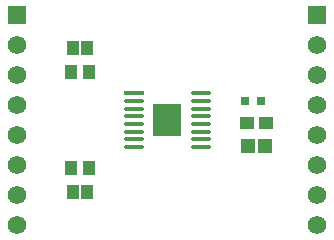
<source format=gbr>
%FSTAX23Y23*%
%MOIN*%
%SFA1B1*%

%IPPOS*%
%AMD16*
4,1,8,0.025100,0.007500,-0.025100,0.007500,-0.032600,0.000000,-0.032600,0.000000,-0.025100,-0.007500,0.025100,-0.007500,0.032600,0.000000,0.032600,0.000000,0.025100,0.007500,0.0*
1,1,0.015000,0.025100,0.000000*
1,1,0.015000,-0.025100,0.000000*
1,1,0.015000,-0.025100,0.000000*
1,1,0.015000,0.025100,0.000000*
%
G04~CAMADD=16~8~0.0~0.0~651.7~149.9~75.0~0.0~15~0.0~0.0~0.0~0.0~0~0.0~0.0~0.0~0.0~0~0.0~0.0~0.0~0.0~651.7~149.9*
%ADD16D16*%
%ADD17R,0.065170X0.014990*%
%ADD19R,0.025590X0.027560*%
%ADD20R,0.047580X0.039850*%
%ADD21R,0.039500X0.045400*%
%ADD22R,0.039500X0.047370*%
%ADD23R,0.096850X0.109060*%
%ADD24R,0.045400X0.049340*%
%ADD25C,0.061810*%
%ADD26R,0.061810X0.061810*%
%LNdrv8833_dev_soldermask_top-1*%
%LPD*%
G54D16*
X00671Y00509D03*
Y00483D03*
Y00458D03*
Y00432D03*
Y00407D03*
Y00381D03*
Y00356D03*
Y0033D03*
X00448D03*
Y00356D03*
Y00381D03*
Y00407D03*
Y00432D03*
Y00458D03*
Y00483D03*
G54D17*
X00448Y00509D03*
G54D19*
X00873Y00485D03*
X0082D03*
G54D20*
X00826Y0041D03*
X0089D03*
G54D21*
X00294Y0018D03*
X00245D03*
X00294Y0066D03*
X00245D03*
G54D22*
X00299Y0026D03*
X0024D03*
X00299Y0058D03*
X0024D03*
G54D23*
X0056Y0042D03*
G54D24*
X00886Y00335D03*
X00829D03*
G54D25*
X0106Y0007D03*
Y0017D03*
Y0027D03*
Y0037D03*
Y0047D03*
Y0057D03*
Y0067D03*
X0006Y0007D03*
Y0017D03*
Y0027D03*
Y0037D03*
Y0047D03*
Y0057D03*
Y0067D03*
G54D26*
X0106Y0077D03*
X0006D03*
M02*
</source>
